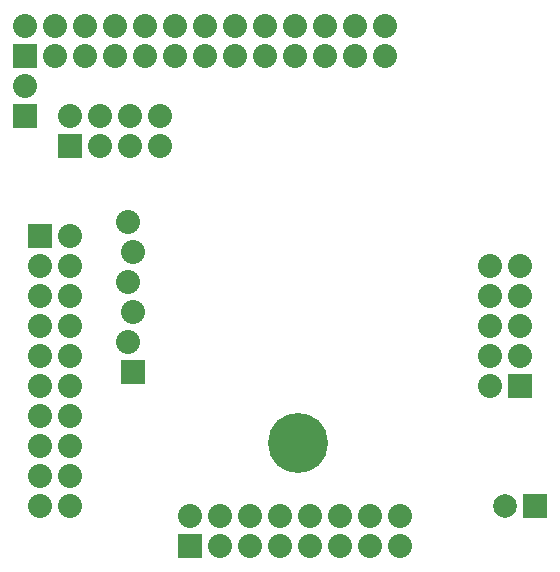
<source format=gbs>
G04 (created by PCBNEW-RS274X (2012-apr-16-27)-stable) date Saturday 02,March,2013 04:06:52 PM SGT*
G01*
G70*
G90*
%MOIN*%
G04 Gerber Fmt 3.4, Leading zero omitted, Abs format*
%FSLAX34Y34*%
G04 APERTURE LIST*
%ADD10C,0.006000*%
%ADD11R,0.079100X0.079100*%
%ADD12C,0.079100*%
%ADD13R,0.080000X0.080000*%
%ADD14C,0.080000*%
%ADD15C,0.200000*%
G04 APERTURE END LIST*
G54D10*
G54D11*
X68050Y-44100D03*
G54D12*
X67050Y-44100D03*
G54D13*
X54630Y-39650D03*
G54D14*
X54470Y-38650D03*
X54630Y-37650D03*
X54470Y-36650D03*
X54630Y-35650D03*
X54470Y-34650D03*
G54D13*
X51050Y-29100D03*
G54D14*
X51050Y-28100D03*
X52050Y-29100D03*
X52050Y-28100D03*
X53050Y-29100D03*
X53050Y-28100D03*
X54050Y-29100D03*
X54050Y-28100D03*
X55050Y-29100D03*
X55050Y-28100D03*
X56050Y-29100D03*
X56050Y-28100D03*
X57050Y-29100D03*
X57050Y-28100D03*
X58050Y-29100D03*
X58050Y-28100D03*
X59050Y-29100D03*
X59050Y-28100D03*
X60050Y-29100D03*
X60050Y-28100D03*
X61050Y-29100D03*
X61050Y-28100D03*
X62050Y-29100D03*
X62050Y-28100D03*
X63050Y-29100D03*
X63050Y-28100D03*
G54D13*
X51550Y-35100D03*
G54D14*
X52550Y-35100D03*
X51550Y-36100D03*
X52550Y-36100D03*
X51550Y-37100D03*
X52550Y-37100D03*
X51550Y-38100D03*
X52550Y-38100D03*
X51550Y-39100D03*
X52550Y-39100D03*
X51550Y-40100D03*
X52550Y-40100D03*
X51550Y-41100D03*
X52550Y-41100D03*
X51550Y-42100D03*
X52550Y-42100D03*
X51550Y-43100D03*
X52550Y-43100D03*
X51550Y-44100D03*
X52550Y-44100D03*
G54D13*
X67550Y-40100D03*
G54D14*
X66550Y-40100D03*
X67550Y-39100D03*
X66550Y-39100D03*
X67550Y-38100D03*
X66550Y-38100D03*
X67550Y-37100D03*
X66550Y-37100D03*
X67550Y-36100D03*
X66550Y-36100D03*
G54D13*
X56550Y-45450D03*
G54D14*
X56550Y-44450D03*
X57550Y-45450D03*
X57550Y-44450D03*
X58550Y-45450D03*
X58550Y-44450D03*
X59550Y-45450D03*
X59550Y-44450D03*
X60550Y-45450D03*
X60550Y-44450D03*
X61550Y-45450D03*
X61550Y-44450D03*
X62550Y-45450D03*
X62550Y-44450D03*
X63550Y-45450D03*
X63550Y-44450D03*
G54D13*
X52550Y-32100D03*
G54D14*
X52550Y-31100D03*
X53550Y-32100D03*
X53550Y-31100D03*
X54550Y-32100D03*
X54550Y-31100D03*
X55550Y-32100D03*
X55550Y-31100D03*
G54D13*
X51050Y-31100D03*
G54D14*
X51050Y-30100D03*
G54D15*
X60145Y-41994D03*
M02*

</source>
